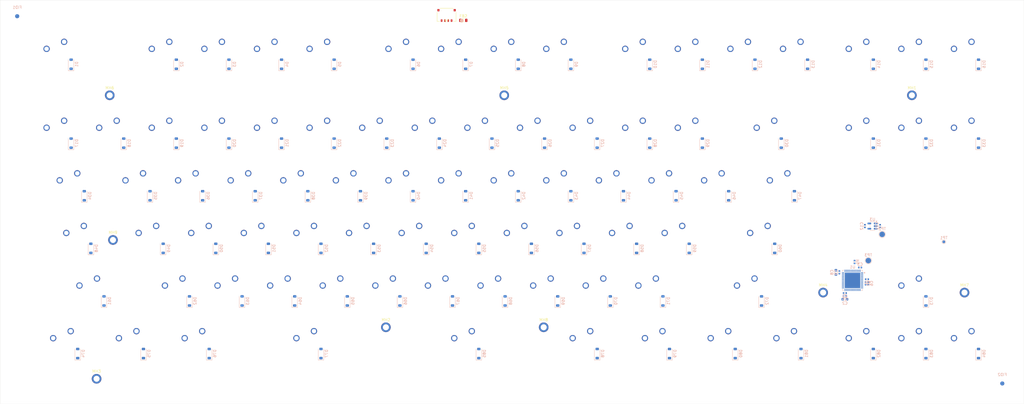
<source format=kicad_pcb>
(kicad_pcb (version 20241229) (generator "pcbnew") (generator_version "9.0")
  (layers (0 "F.Cu" signal) (2 "B.Cu" signal) (13 "F.Paste" user) (15 "B.Paste" user) (5 "F.SilkS" user "F.Silkscreen") (7 "B.SilkS" user "B.Silkscreen") (1 "F.Mask" user) (3 "B.Mask" user) (25 "Edge.Cuts" user))
  (net 0 "")
  (net 1 "GND")
  (net 2 "Net-(D1-A)")
  (net 3 "/Keyboard Matrix/R1")
  (net 4 "Net-(D2-A)")
  (net 5 "Net-(D3-A)")
  (net 6 "Net-(D4-A)")
  (net 7 "Net-(D5-A)")
  (net 8 "Net-(D6-A)")
  (net 9 "Net-(D7-A)")
  (net 10 "Net-(D8-A)")
  (net 11 "Net-(D9-A)")
  (net 12 "Net-(D10-A)")
  (net 13 "Net-(D11-A)")
  (net 14 "Net-(D12-A)")
  (net 15 "Net-(D13-A)")
  (net 16 "Net-(D14-A)")
  (net 17 "Net-(D15-A)")
  (net 18 "Net-(D16-A)")
  (net 19 "/Keyboard Matrix/R2")
  (net 20 "Net-(D17-A)")
  (net 21 "Net-(D18-A)")
  (net 22 "Net-(D19-A)")
  (net 23 "Net-(D20-A)")
  (net 24 "Net-(D21-A)")
  (net 25 "Net-(D22-A)")
  (net 26 "Net-(D23-A)")
  (net 27 "Net-(D24-A)")
  (net 28 "Net-(D25-A)")
  (net 29 "Net-(D26-A)")
  (net 30 "Net-(D27-A)")
  (net 31 "Net-(D28-A)")
  (net 32 "Net-(D29-A)")
  (net 33 "Net-(D30-A)")
  (net 34 "Net-(D31-A)")
  (net 35 "Net-(D32-A)")
  (net 36 "Net-(D33-A)")
  (net 37 "Net-(D34-A)")
  (net 38 "/Keyboard Matrix/R3")
  (net 39 "Net-(D35-A)")
  (net 40 "Net-(D36-A)")
  (net 41 "Net-(D37-A)")
  (net 42 "Net-(D38-A)")
  (net 43 "Net-(D39-A)")
  (net 44 "Net-(D40-A)")
  (net 45 "Net-(D41-A)")
  (net 46 "Net-(D42-A)")
  (net 47 "Net-(D43-A)")
  (net 48 "Net-(D44-A)")
  (net 49 "Net-(D45-A)")
  (net 50 "Net-(D46-A)")
  (net 51 "Net-(D47-A)")
  (net 52 "Net-(D48-A)")
  (net 53 "/Keyboard Matrix/R4")
  (net 54 "Net-(D49-A)")
  (net 55 "Net-(D50-A)")
  (net 56 "Net-(D51-A)")
  (net 57 "Net-(D52-A)")
  (net 58 "Net-(D53-A)")
  (net 59 "Net-(D54-A)")
  (net 60 "Net-(D55-A)")
  (net 61 "Net-(D56-A)")
  (net 62 "Net-(D57-A)")
  (net 63 "Net-(D58-A)")
  (net 64 "Net-(D59-A)")
  (net 65 "Net-(D60-A)")
  (net 66 "/Keyboard Matrix/R5")
  (net 67 "Net-(D61-A)")
  (net 68 "Net-(D62-A)")
  (net 69 "Net-(D63-A)")
  (net 70 "Net-(D64-A)")
  (net 71 "Net-(D65-A)")
  (net 72 "Net-(D66-A)")
  (net 73 "Net-(D67-A)")
  (net 74 "Net-(D68-A)")
  (net 75 "Net-(D69-A)")
  (net 76 "Net-(D70-A)")
  (net 77 "Net-(D71-A)")
  (net 78 "Net-(D72-A)")
  (net 79 "Net-(D73-A)")
  (net 80 "Net-(D74-A)")
  (net 81 "/Keyboard Matrix/R6")
  (net 82 "Net-(D75-A)")
  (net 83 "Net-(D76-A)")
  (net 84 "Net-(D77-A)")
  (net 85 "Net-(D78-A)")
  (net 86 "Net-(D79-A)")
  (net 87 "Net-(D80-A)")
  (net 88 "Net-(D81-A)")
  (net 89 "Net-(D82-A)")
  (net 90 "Net-(D83-A)")
  (net 91 "Net-(D84-A)")
  (net 92 "Net-(D85-A)")
  (net 93 "/USB C/VBUS")
  (net 94 "/Keyboard Matrix/C1")
  (net 95 "/Keyboard Matrix/C2")
  (net 96 "/Keyboard Matrix/C3")
  (net 97 "/Keyboard Matrix/C4")
  (net 98 "/Keyboard Matrix/C5")
  (net 99 "/Keyboard Matrix/C7")
  (net 100 "/Keyboard Matrix/C8")
  (net 101 "/Keyboard Matrix/C9")
  (net 102 "/Keyboard Matrix/C10")
  (net 103 "/Keyboard Matrix/C11")
  (net 104 "/Keyboard Matrix/C12")
  (net 105 "/Keyboard Matrix/C13")
  (net 106 "/Keyboard Matrix/C14")
  (net 107 "/Keyboard Matrix/C15")
  (net 108 "/Keyboard Matrix/C16")
  (net 109 "/Keyboard Matrix/C17")
  (net 110 "/Keyboard Matrix/C6")
  (net 111 "/STM32/MCU_D_N")
  (net 112 "/STM32/MCU_D_P")
  (net 113 "/STM32/BOOT0")
  (net 114 "/STM32/NRST")
  (net 115 "/Power Supply/3V3")
  (net 116 "/Power Supply/5V0")
  (footprint "PCM_marbastlib-mx:SW_MX_1u" (layer "F.Cu") (at 208.38 125.23)
    (property "Reference" "MX42" (hide yes))
    (property "Value" "MX_SW_solder")
  )
  (footprint "PCM_marbastlib-mx:SW_MX_1u" (layer "F.Cu") (at 256.005 106.18)
    (property "Reference" "MX28" (hide yes))
    (property "Value" "MX_SW_solder")
  )
  (footprint "PCM_marbastlib-mx:SW_MX_1u" (layer "F.Cu") (at 232.1925 144.28)
    (property "Reference" "MX57" (hide yes))
    (property "Value" "MX_SW_solder")
  )
  (footprint "PCM_marbastlib-mx:SW_MX_1u" (layer "F.Cu") (at 72.64875 182.38)
    (property "Reference" "MX75" (hide yes))
    (property "Value" "MX_SW_solder")
  )
  (footprint "PCM_marbastlib-mx:SW_MX_1u" (layer "F.Cu") (at 46.455 77.605)
    (property "Reference" "MX1" (hide yes))
    (property "Value" "MX_SW_solder")
  )
  (footprint "MountingHole:MountingHole_2.2mm_M2_ISO7380_Pad" (layer "F.Cu") (at 165.53 175.9)
    (property "Reference" "MH2")
    (property "Value" "MountingHole_Pad")
  )
  (footprint "PCM_marbastlib-mx:SW_MX_1u" (layer "F.Cu") (at 375.0675 77.605)
    (property "Reference" "MX16" (hide yes))
    (property "Value" "MX_SW_solder")
  )
  (footprint "PCM_marbastlib-mx:SW_MX_1u" (layer "F.Cu") (at 284.58 125.23)
    (property "Reference" "MX46" (hide yes))
    (property "Value" "MX_SW_solder")
  )
  (footprint "PCM_marbastlib-mx:SW_MX_1u" (layer "F.Cu") (at 136.935 182.375)
    (property "Reference" "MX77" (hide yes))
    (property "Value" "MX_SW_solder")
  )
  (footprint "PCM_marbastlib-mx:SW_MX_1u" (layer "F.Cu") (at 103.605 77.605)
    (property "Reference" "MX3" (hide yes))
    (property "Value" "MX_SW_solder")
  )
  (footprint "PCM_marbastlib-mx:SW_MX_1u" (layer "F.Cu") (at 122.655 77.605)
    (property "Reference" "MX4" (hide yes))
    (property "Value" "MX_SW_solder")
  )
  (footprint "PCM_marbastlib-mx:SW_MX_1u" (layer "F.Cu") (at 301.24875 144.28)
    (property "Reference" "MX60" (hide yes))
    (property "Value" "MX_SW_solder")
  )
  (footprint "PCM_marbastlib-mx:SW_MX_1u" (layer "F.Cu") (at 170.28 77.605)
    (property "Reference" "MX6" (hide yes))
    (property "Value" "MX_SW_solder")
  )
  (footprint "PCM_marbastlib-mx:SW_MX_1u" (layer "F.Cu") (at 184.5675 163.33)
    (property "Reference" "MX67" (hide yes))
    (property "Value" "MX_SW_solder")
  )
  (footprint "PCM_marbastlib-mx:SW_MX_1u" (layer "F.Cu") (at 308.3925 125.23)
    (property "Reference" "MX47" (hide yes))
    (property "Value" "MX_SW_solder")
  )
  (footprint "PCM_marbastlib-mx:SW_MX_1u" (layer "F.Cu") (at 375.0675 182.38)
    (property "Reference" "MX84" (hide yes))
    (property "Value" "MX_SW_solder")
  )
  (footprint "PCM_marbastlib-mx:SW_MX_1u" (layer "F.Cu") (at 175.0425 144.28)
    (property "Reference" "MX54" (hide yes))
    (property "Value" "MX_SW_solder")
  )
  (footprint "MountingHole:MountingHole_2.2mm_M2_ISO7380_Pad" (layer "F.Cu") (at 356.02 91.89)
    (property "Reference" "MH1")
    (property "Value" "MountingHole_Pad")
  )
  (footprint "PCM_marbastlib-mx:SW_MX_1u" (layer "F.Cu") (at 236.975 182.375)
    (property "Reference" "MX78" (hide yes))
    (property "Value" "MX_SW_solder")
  )
  (footprint "PCM_marbastlib-mx:SW_MX_1u" (layer "F.Cu") (at 151.23 125.23)
    (property "Reference" "MX39" (hide yes))
    (property "Value" "MX_SW_solder")
  )
  (footprint "PCM_marbastlib-mx:SW_MX_1u" (layer "F.Cu") (at 356.0175 106.18)
    (property "Reference" "MX32" (hide yes))
    (property "Value" "MX_SW_solder")
  )
  (footprint "library:CONN_781710000-SD_04_MOL" (layer "F.Cu") (at 187.5 62.75 180)
    (property "Reference" "J4")
    (property "Value" "0781710004")
  )
  (footprint "MountingHole:MountingHole_2.2mm_M2_ISO7380_Pad" (layer "F.Cu") (at 222.67 175.9)
    (property "Reference" "MH8")
    (property "Value" "MountingHole_Pad")
  )
  (footprint "PCM_marbastlib-mx:SW_MX_1u" (layer "F.Cu") (at 227.43 77.605)
    (property "Reference" "MX9" (hide yes))
    (property "Value" "MX_SW_solder")
  )
  (footprint "PCM_marbastlib-mx:SW_MX_1u" (layer "F.Cu") (at 94.08 125.23)
    (property "Reference" "MX36" (hide yes))
    (property "Value" "MX_SW_solder")
  )
  (footprint "PCM_marbastlib-mx:SW_MX_1u" (layer "F.Cu") (at 89.3175 163.33)
    (property "Reference" "MX62" (hide yes))
    (property "Value" "MX_SW_solder")
  )
  (footprint "PCM_marbastlib-mx:SW_MX_1u" (layer "F.Cu") (at 75.03 125.23)
    (property "Reference" "MX35" (hide yes))
    (property "Value" "MX_SW_solder")
  )
  (footprint "PCM_marbastlib-mx:SW_MX_1u" (layer "F.Cu") (at 203.6175 163.33)
    (property "Reference" "MX68" (hide yes))
    (property "Value" "MX_SW_solder")
  )
  (footprint "PCM_marbastlib-mx:SW_MX_1u" (layer "F.Cu") (at 310.77375 182.38)
    (property "Reference" "MX81" (hide yes))
    (property "Value" "MX_SW_solder")
  )
  (footprint "PCM_marbastlib-mx:SW_MX_1u" (layer "F.Cu") (at 356.0175 163.33)
    (property "Reference" "MX73" (hide yes))
    (property "Value" "MX_SW_solder")
  )
  (footprint "PCM_marbastlib-mx:SW_MX_1u" (layer "F.Cu") (at 53.59875 144.28)
    (property "Reference" "MX48" (hide yes))
    (property "Value" "MX_SW_solder")
  )
  (footprint "MountingHole:MountingHole_2.2mm_M2_ISO7380_Pad" (layer "F.Cu") (at 375.07 163.33)
    (property "Reference" "MH7")
    (property "Value" "MountingHole_Pad")
  )
  (footprint "PCM_marbastlib-mx:SW_MX_1u" (layer "F.Cu") (at 122.655 106.18)
    (property "Reference" "MX21" (hide yes))
    (property "Value" "MX_SW_solder")
  )
  (footprint "PCM_marbastlib-mx:SW_MX_1u" (layer "F.Cu") (at 294.105 77.605)
    (property "Reference" "MX12" (hide yes))
    (property "Value" "MX_SW_solder")
  )
  (footprint "PCM_marbastlib-mx:SW_MX_1u" (layer "F.Cu") (at 155.9925 144.28)
    (property "Reference" "MX53" (hide yes))
    (property "Value" "MX_SW_solder")
  )
  (footprint "PCM_marbastlib-mx:SW_MX_1u" (layer "F.Cu") (at 241.7175 163.33)
    (property "Reference" "MX70" (hide yes))
    (property "Value" "MX_SW_solder")
  )
  (footprint "PCM_marbastlib-mx:SW_MX_1u" (layer "F.Cu") (at 356.0175 182.38)
    (property "Reference" "MX83" (hide yes))
    (property "Value" "MX_SW_solder")
  )
  (footprint "MountingHole:MountingHole_2.2mm_M2_ISO7380_Pad" (layer "F.Cu") (at 60.75 194.55)
    (property "Reference" "MH3")
    (property "Value" "MountingHole_Pad")
  )
  (footprint "PCM_marbastlib-mx:SW_MX_1u" (layer "F.Cu") (at 84.555 77.605)
    (property "Reference" "MX2" (hide yes))
    (property "Value" "MX_SW_solder")
  )
  (footprint "PCM_marbastlib-mx:SW_MX_1u" (layer "F.Cu") (at 275.055 106.18)
    (property "Reference" "MX29" (hide yes))
    (property "Value" "MX_SW_solder")
  )
  (footprint "PCM_marbastlib-mx:SW_MX_1u" (layer "F.Cu") (at 146.4675 163.33)
    (property "Reference" "MX65" (hide yes))
    (property "Value" "MX_SW_solder")
  )
  (footprint "PCM_marbastlib-mx:SW_MX_1u" (layer "F.Cu") (at 79.7925 144.28)
    (property "Reference" "MX49" (hide yes))
    (property "Value" "MX_SW_solder")
  )
  (footprint "PCM_marbastlib-mx:SW_MX_1u" (layer "F.Cu") (at 246.48 125.23)
    (property "Reference" "MX44" (hide yes))
    (property "Value" "MX_SW_solder")
  )
  (footprint "PCM_marbastlib-mx:SW_MX_1u" (layer "F.Cu") (at 227.43 125.23)
    (property "Reference" "MX43" (hide yes))
    (property "Value" "MX_SW_solder")
  )
  (footprint "PCM_marbastlib-mx:SW_MX_1u" (layer "F.Cu") (at 194.0925 144.28)
    (property "Reference" "MX55" (hide yes))
    (property "Value" "MX_SW_solder")
  )
  (footprint "PCM_marbastlib-mx:SW_MX_1u" (layer "F.Cu") (at 160.755 106.18)
    (property "Reference" "MX23" (hide yes))
    (property "Value" "MX_SW_solder")
  )
  (footprint "PCM_marbastlib-mx:SW_MX_1u" (layer "F.Cu") (at 46.455 106.18)
    (property "Reference" "MX17" (hide yes))
    (property "Value" "MX_SW_solder")
  )
  (footprint "PCM_marbastlib-mx:SW_MX_1u" (layer "F.Cu") (at 336.9675 77.605)
    (property "Reference" "MX14" (hide yes))
    (property "Value" "MX_SW_solder")
  )
  (footprint "PCM_marbastlib-mx:SW_MX_1u" (layer "F.Cu") (at 296.48625 163.33)
    (property "Reference" "MX72" (hide yes))
    (property "Value" "MX_SW_solder")
  )
  (footprint "PCM_marbastlib-mx:SW_MX_1u" (layer "F.Cu") (at 48.83625 182.38)
    (property "Reference" "MX74" (hide yes))
    (property "Value" "MX_SW_solder")
  )
  (footprint "PCM_marbastlib-mx:SW_MX_1u" (layer "F.Cu") (at 336.9675 106.18)
    (property "Reference" "MX31" (hide yes))
    (property "Value" "MX_SW_solder")
  )
  (footprint "PCM_marbastlib-mx:SW_MX_1u" (layer "F.Cu") (at 136.9425 144.28)
    (property "Reference" "MX52" (hide yes))
    (property "Value" "MX_SW_solder")
  )
  (footprint "PCM_marbastlib-mx:SW_MX_1u" (layer "F.Cu") (at 208.38 77.605)
    (property "Reference" "MX8" (hide yes))
    (property "Value" "MX_SW_solder")
  )
  (footprint "PCM_marbastlib-mx:SW_MX_1u" (layer "F.Cu") (at 141.705 77.605)
    (property "Reference" "MX5" (hide yes))
    (property "Value" "MX_SW_solder")
  )
  (footprint "PCM_marbastlib-mx:SW_MX_1u" (layer "F.Cu") (at 132.18 125.23)
    (property "Reference" "MX38" (hide yes))
    (property "Value" "MX_SW_solder")
  )
  (footprint "PCM_marbastlib-mx:SW_MX_1u" (layer "F.Cu") (at 51.2175 125.23)
    (property "Reference" "MX34" (hide yes))
    (property "Value" "MX_SW_solder")
  )
  (footprint "PCM_marbastlib-mx:SW_MX_1u" (layer "F.Cu") (at 356.0175 77.605)
    (property "Reference" "MX15" (hide yes))
    (property "Value" "MX_SW_solder")
  )
  (footprint "PCM_marbastlib-mx:SW_MX_1u" (layer "F.Cu") (at 179.805 106.18)
    (property "Reference" "MX24" (hide yes))
    (property "Value" "MX_SW_solder")
  )
  (footprint "PCM_marbastlib-mx:SW_MX_1u" (layer "F.Cu") (at 336.9675 182.38)
    (property "Reference" "MX82" (hide yes))
    (property "Value" "MX_SW_solder")
  )
  (footprint "MountingHole:MountingHole_2.2mm_M2_ISO7380_Pad" (layer "F.Cu") (at 323.87 163.33)
    (property "Reference" "MH4")
    (property "Value" "MountingHole_Pad")
  )
  (footprint "Inductor_SMD:L_0805_2012Metric" (layer "F.Cu") (at 193.5625 64.75)
    (property "Reference" "FB2")
    (property "Value" "120R @ 100MHz")
  )
  (footprint "PCM_marbastlib-mx:SW_MX_1u" (layer "F.Cu") (at 165.5175 163.33)
    (property "Reference" "MX66" (hide yes))
    (property "Value" "MX_SW_solder")
  )
  (footprint "MountingHole:MountingHole_2.2mm_M2_ISO7380_Pad" (layer "F.Cu") (at 208.38 91.89)
    (property "Reference" "MH5")
    (property "Value" "MountingHole_Pad")
  )
  (footprint "PCM_marbastlib-mx:SW_MX_1u" (layer "F.Cu") (at 108.3675 163.33)
    (property "Reference" "MX63" (hide yes))
    (property "Value" "MX_SW_solder")
  )
  (footprint "MountingHole:MountingHole_2.2mm_M2_ISO7380_Pad" (layer "F.Cu") (at 66.69 144.28)
    (property "Reference" "MH9")
    (property "Value" "MountingHole_Pad")
  )
  (footprint "PCM_marbastlib-mx:SW_MX_1u" (layer "F.Cu") (at 103.605 106.18)
    (property "Reference" "MX20" (hide yes))
    (property "Value" "MX_SW_solder")
  )
  (footprint "PCM_marbastlib-mx:SW_MX_1u" (layer "F.Cu") (at 275.055 77.605)
    (property "Reference" "MX11" (hide yes))
    (property "Value" "MX_SW_solder")
  )
  (footprint "PCM_marbastlib-mx:SW_MX_1u" (layer "F.Cu") (at 256.005 77.605)
    (property "Reference" "MX10" (hide yes))
    (property "Value" "MX_SW_solder")
  )
  (footprint "PCM_marbastlib-mx:SW_MX_1u" (layer "F.Cu") (at 189.33 77.605)
    (property "Reference" "MX7" (hide yes))
    (property "Value" "MX_SW_solder")
  )
  (footprint "PCM_marbastlib-mx:SW_MX_1u" (layer "F.Cu") (at 236.955 106.18)
    (property "Reference" "MX27" (hide yes))
    (property "Value" "MX_SW_solder")
  )
  (footprint "PCM_marbastlib-mx:SW_MX_1u" (layer "F.Cu") (at 303.63 106.18)
    (property "Reference" "MX30" (hide yes))
    (property "Value" "MX_SW_solder")
  )
  (footprint "PCM_marbastlib-mx:SW_MX_1u" (layer "F.Cu") (at 313.155 77.605)
    (property "Reference" "MX13" (hide yes))
    (property "Value" "MX_SW_solder")
  )
  (footprint "PCM_marbastlib-mx:SW_MX_1u" (layer "F.Cu") (at 222.6675 163.33)
    (property "Reference" "MX69" (hide yes))
    (property "Value" "MX_SW_solder")
  )
  (footprint "PCM_marbastlib-mx:SW_MX_1u" (layer "F.Cu") (at 84.555 106.18)
    (property "Reference" "MX19" (hide yes))
    (property "Value" "MX_SW_solder")
  )
  (footprint "PCM_marbastlib-mx:SW_MX_1u" (layer "F.Cu") (at 98.8425 144.28)
    (property "Reference" "MX50" (hide yes))
    (property "Value" "MX_SW_solder")
  )
  (footprint "PCM_marbastlib-mx:SW_MX_1u" (layer "F.Cu") (at 58.36125 163.33)
    (property "Reference" "MX61" (hide yes))
    (property "Value" "MX_SW_solder")
  )
  (footprint "PCM_marbastlib-mx:SW_MX_1u" (layer "F.Cu") (at 189.33 125.23)
    (property "Reference" "MX41" (hide yes))
    (property "Value" "MX_SW_solder")
  )
  (footprint "PCM_marbastlib-mx:SW_MX_1u" (layer "F.Cu") (at 263.14875 182.38)
    (property "Reference" "MX79" (hide yes))
    (property "Value" "MX_SW_solder")
  )
  (footprint "PCM_marbastlib-mx:SW_MX_1u" (layer "F.Cu") (at 251.2425 144.28)
    (property "Reference" "MX58" (hide yes))
    (property "Value" "MX_SW_solder")
  )
  (footprint "PCM_marbastlib-mx:SW_MX_1u" (layer "F.Cu") (at 96.46125 182.38)
    (property "Reference" "MX76" (hide yes))
    (property "Value" "MX_SW_solder")
  )
  (footprint "PCM_marbastlib-mx:SW_MX_1u" (layer "F.Cu") (at 375.0675 106.18)
    (property "Reference" "MX33" (hide yes))
    (property "Value" "MX_SW_solder")
  )
  (footprint "PCM_marbastlib-mx:SW_MX_1u" (layer "F.Cu") (at 141.705 106.18)
    (property "Reference" "MX22" (hide yes))
    (property "Value" "MX_SW_solder")
  )
  (footprint "PCM_marbastlib-mx:SW_MX_1u" (layer "F.Cu") (at 286.96125 182.38)
    (property "Reference" "MX80" (hide yes))
    (property "Value" "MX_SW_solder")
  )
  (footprint "PCM_marbastlib-mx:SW_MX_1u" (layer "F.Cu") (at 170.28 125.23)
    (property "Reference" "MX40" (hide yes))
    (property "Value" "MX_SW_solder")
  )
  (footprint "PCM_marbastlib-mx:SW_MX_1u" (layer "F.Cu") (at 113.13 125.23)
    (property "Reference" "MX37" (hide yes))
    (property "Value" "MX_SW_solder")
  )
  (footprint "PCM_marbastlib-mx:SW_MX_1u" (layer "F.Cu") (at 270.2925 144.28)
    (property "Reference" "MX59" (hide yes))
    (property "Value" "MX_SW_solder")
  )
  (footprint "PCM_marbastlib-mx:SW_MX_1u" (layer "F.Cu") (at 217.905 106.18)
    (property "Reference" "MX26" (hide yes))
    (property "Value" "MX_SW_solder")
  )
  (footprint "PCM_marbastlib-mx:SW_MX_1u" (layer "F.Cu") (at 265.53 125.23)
    (property "Reference" "MX45" (hide yes))
    (property "Value" "MX_SW_solder")
  )
  (footprint "PCM_marbastlib-mx:SW_MX_1u" (layer "F.Cu") (at 194.095 182.385)
    (property "Reference" "MX85" (hide yes))
    (property "Value" "MX_SW_solder")
  )
  (footprint "PCM_marbastlib-mx:SW_MX_1u" (layer "F.Cu") (at 260.7675 163.33)
    (property "Reference" "MX71" (hide yes))
    (property "Value" "MX_SW_solder")
  )
  (footprint "PCM_marbastlib-mx:SW_MX_1u" (layer "F.Cu") (at 117.8925 144.28)
    (property "Reference" "MX51" (hide yes))
    (property "Value" "MX_SW_solder")
  )
  (footprint "PCM_marbastlib-mx:SW_MX_1u" (layer "F.Cu") (at 213.1425 144.28)
    (property "Reference" "MX56" (hide yes))
    (property "Value" "MX_SW_solder")
  )
  (footprint "PCM_marbastlib-mx:SW_MX_1u" (layer "F.Cu") (at 198.855 106.18)
    (property "Reference" "MX25" (hide yes))
    (property "Value" "MX_SW_solder")
  )
  (footprint "MountingHole:MountingHole_2.2mm_M2_ISO7380_Pad" (layer "F.Cu") (at 65.51 91.89)
    (property "Reference" "MH6")
    (property "Value" "MountingHole_Pad")
  )
  (footprint "PCM_marbastlib-mx:SW_MX_1u" (layer "F.Cu") (at 65.505 106.18)
    (property "Reference" "MX18" (hide yes))
    (property "Value" "MX_SW_solder")
  )
  (footprint "PCM_marbastlib-mx:SW_MX_1u" (layer "F.Cu") (at 127.4175 163.33)
    (property "Reference" "MX64" (hide yes))
    (property "Value" "MX_SW_solder")
  )
  (footprint "Diode_SMD:D_SOD-123" (layer "B.Cu") (at 213.46 128.26 90)
    (property "Reference" "D42")
    (property "Value" "1N4148W")
  )
  (footprint "Capacitor_SMD:C_0402_1005Metric" (layer "B.Cu") (at 339.75 158.5)
    (property "Reference" "C1")
    (property "Value" "0.1uF")
  )
  (footprint "Diode_SMD:D_SOD-123" (layer "B.Cu") (at 208.6975 166.36 90)
    (property "Reference" "D68")
    (property "Value" "1N4148W")
  )
  (footprint "Diode_SMD:D_SOD-123" (layer "B.Cu") (at 156.31 128.26 90)
    (property "Reference" "D39")
    (property "Value" "1N4148W")
  )
  (footprint "Diode_SMD:D_SOD-123" (layer "B.Cu") (at 342.0475 185.41 90)
    (property "Reference" "D82")
    (property "Value" "1N4148W")
  )
  (footprint "Diode_SMD:D_SOD-123" (layer "B.Cu") (at 80.11 128.26 90)
    (property "Reference" "D35")
    (property "Value" "1N4148W")
  )
  (footprint "Diode_SMD:D_SOD-123" (layer "B.Cu") (at 127.735 109.21 90)
    (property "Reference" "D21")
    (property "Value" "1N4148W")
  )
  (footprint "Capacitor_SMD:C_0402_1005Metric" (layer "B.Cu") (at 344.5 139.25 -90)
    (property "Reference" "C11")
    (property "Value" "1uF")
  )
  (footprint "Diode_SMD:D_SOD-123" (layer "B.Cu") (at 232.51 80.635 90)
    (property "Reference" "D9")
    (property "Value" "1N4148W")
  )
  (footprint "Capacitor_SMD:C_0603_1608Metric" (layer "B.Cu") (at 328.5 156 -90)
    (property "Reference" "C8")
    (property "Value" "4.7uF")
  )
  (footprint "Diode_SMD:D_SOD-123" (layer "B.Cu") (at 380.1475 185.41 90)
    (property "Reference" "D84")
    (property "Value" "1N4148W")
  )
  (footprint "Diode_SMD:D_SOD-123" (layer "B.Cu") (at 194.41 80.635 90)
    (property "Reference" "D7")
    (property "Value" "1N4148W")
  )
  (footprint "Diode_SMD:D_SOD-123" (layer "B.Cu") (at 194.41 128.26 90)
    (property "Reference" "D41")
    (property "Value" "1N4148W")
  )
  (footprint "Diode_SMD:D_SOD-123" (layer "B.Cu") (at 146.785 80.635 90)
    (property "Reference" "D5")
    (property "Value" "1N4148W")
  )
  (footprint "Diode_SMD:D_SOD-123" (layer "B.Cu") (at 63.44125 166.36 90)
    (property "Reference" "D61")
    (property "Value" "1N4148W")
  )
  (footprint "Diode_SMD:D_SOD-123" (layer "B.Cu") (at 256.3225 147.31 90)
    (property "Reference" "D58")
    (property "Value" "1N4148W")
  )
  (footprint "Diode_SMD:D_SOD-123" (layer "B.Cu") (at 146.785 109.21 90)
    (property "Reference" "D22")
    (property "Value" "1N4148W")
  )
  (footprint "Diode_SMD:D_SOD-123" (layer "B.Cu") (at 180.1225 147.31 90)
    (property "Reference" "D54")
    (property "Value" "1N4148W")
  )
  (footprint "Diode_SMD:D_SOD-123" (layer "B.Cu") (at 58.67875 147.31 90)
    (property "Reference" "D48")
    (property "Value" "1N4148W")
  )
  (footprint "Capacitor_SMD:C_0402_1005Metric" (layer "B.Cu") (at 331.75 163.5)
    (property "Reference" "C5")
    (property "Value" "0.1uF")
  )
  (footprint "Diode_SMD:D_SOD-123" (layer "B.Cu") (at 342.0475 109.21 90)
    (property "Reference" "D31")
    (property "Value" "1N4148W")
  )
  (footprint "Diode_SMD:D_SOD-123" (layer "B.Cu") (at 342.0475 80.635 90)
    (property "Reference" "D14")
    (property "Value" "1N4148W")
  )
  (footprint "Diode_SMD:D_SOD-123" (layer "B.Cu") (at 361.0975 185.41 90)
    (property "Reference" "D83")
    (property "Value" "1N4148W")
  )
  (footprint "Diode_SMD:D_SOD-123" (layer "B.Cu") (at 108.685 109.21 90)
    (property "Reference" "D20")
    (property "Value" "1N4148W")
  )
  (footprint "Diode_SMD:D_SOD-123" (layer "B.Cu") (at 108.685 80.635 90)
    (property "Reference" "D3")
    (property "Value" "1N4148W")
  )
  (footprint "Diode_SMD:D_SOD-123" (layer "B.Cu") (at 118.21 128.26 90)
    (property "Reference" "D37")
    (property "Value" "1N4148W")
  )
  (footprint "Diode_SMD:D_SOD-123" (layer "B.Cu") (at 318.235 80.635 90)
    (property "Reference" "D13")
    (property "Value" "1N4148W")
  )
  (footprint "Diode_SMD:D_SOD-123" (layer "B.Cu") (at 184.885 109.21 90)
    (property "Reference" "D24")
    (property "Value" "1N4148W")
  )
  (footprint "Diode_SMD:D_SOD-123" (layer "B.Cu") (at 268.22875 185.41 90)
    (property "Reference" "D79")
    (property "Value" "1N4148W")
  )
  (footprint "Diode_SMD:D_SOD-123" (layer "B.Cu") (at 77.72875 185.41 90)
    (property "Reference" "D75")
    (property "Value" "1N4148W")
  )
  (footprint "Diode_SMD:D_SOD-123" (layer "B.Cu") (at 89.635 80.635 90)
    (property "Reference" "D2")
    (property "Value" "1N4148W")
  )
  (footprint "TestPoint:TestPoint_Pad_D2.0mm" (layer "B.Cu") (at 345.25 142.25 180)
    (property "Reference" "TP2")
    (property "Value" "TestPoint")
  )
  (footprint "Diode_SMD:D_SOD-123" (layer "B.Cu") (at 51.535 80.635 90)
    (property "Reference" "D1")
    (property "Value" "1N4148W")
  )
  (footprint "Diode_SMD:D_SOD-123" (layer "B.Cu") (at 280.135 80.635 90)
    (property "Reference" "D11")
    (property "Value" "1N4148W")
  )
  (footprint "Diode_SMD:D_SOD-123" (layer "B.Cu") (at 380.1475 109.21 90)
    (property "Reference" "D33")
    (property "Value" "1N4148W")
  )
  (footprint "TestPoint:TestPoint_Pad_D1.0mm" (layer "B.Cu") (at 367.58 144.95 180)
    (property "Reference" "TP1")
    (property "Value" "TestPoint")
  )
  (footprint "Diode_SMD:D_SOD-123" (layer "B.Cu") (at 137.26 128.26 90)
    (property "Reference" "D38")
    (property "Value" "1N4148W")
  )
  (footprint "Diode_SMD:D_SOD-123" (layer "B.Cu") (at 142.0225 147.31 90)
    (property "Reference" "D52")
    (property "Value" "1N4148W")
  )
  (footprint "Diode_SMD:D_SOD-123" (layer "B.Cu") (at 313.4725 128.26 90)
    (property "Reference" "D47")
    (property "Value" "1N4148W")
  )
  (footprint "Capacitor_SMD:C_0402_1005Metric" (layer "B.Cu") (at 339.25 160 90)
    (property "Reference" "C7")
    (property "Value" "10nF")
  )
  (footprint "Diode_SMD:D_SOD-123" (layer "B.Cu") (at 361.0975 80.635 90)
    (property "Reference" "D15")
    (property "Value" "1N4148W")
  )
  (footprint "TestPoint:TestPoint_Pad_D2.0mm" (layer "B.Cu") (at 340.25 151.75 180)
    (property "Reference" "TP3")
    (property "Value" "TestPoint")
  )
  (footprint "Diode_SMD:D_SOD-123" (layer "B.Cu") (at 232.51 128.26 90)
    (property "Reference" "D43")
    (property "Value" "1N4148W")
  )
  (footprint "Diode_SMD:D_SOD-123" (layer "B.Cu") (at 315.85375 185.41 90)
    (property "Reference" "D81")
    (property "Value" "1N4148W")
  )
  (footprint "Capacitor_SMD:C_0402_1005Metric" (layer "B.Cu") (at 339 139.25 -90)
    (property "Reference" "C12")
    (property "Value" "1uF")
  )
  (footprint "Fiducial:Fiducial_1.5mm_Mask4.5mm" (layer "B.Cu") (at 32 63.25 180)
    (property "Reference" "FID1")
    (property "Value" "Fiducial")
  )
  (footprint "Diode_SMD:D_SOD-123" (layer "B.Cu") (at 203.935 109.21 90)
    (property "Reference" "D25")
    (property "Value" "1N4148W")
  )
  (footprint "Package_DFN_QFN:QFN-48-1EP_7x7mm_P0.5mm_EP5.6x5.6mm" (layer "B.Cu") (at 334.52 158.9 180)
    (property "Reference" "U1")
    (property "Value" "STM32F072CBUx")
  )
  (footprint "Diode_SMD:D_SOD-123" (layer "B.Cu") (at 51.535 109.21 90)
    (property "Reference" "D17")
    (property "Value" "1N4148W")
  )
  (footprint "Diode_SMD:D_SOD-123" (layer "B.Cu") (at 142.015 185.405 90)
    (property "Reference" "D77")
    (property "Value" "1N4148W")
  )
  (footprint "Diode_SMD:D_SOD-123" (layer "B.Cu") (at 89.635 109.21 90)
    (property "Reference" "D19")
    (property "Value" "1N4148W")
  )
  (footprint "Diode_SMD:D_SOD-123" (layer "B.Cu") (at 199.175 185.415 90)
    (property "Reference" "D85")
    (property "Value" "1N4148W")
  )
  (footprint "Diode_SMD:D_SOD-123" (layer "B.Cu") (at 132.4975 166.36 90)
    (property "Reference" "D64")
    (property "Value" "1N4148W")
  )
  (footprint "Diode_SMD:D_SOD-123" (layer "B.Cu") (at 265.8475 166.36 90)
    (property "Reference" "D71")
    (property "Value" "1N4148W")
  )
  (footprint "Capacitor_SMD:C_0402_1005Metric" (layer "B.Cu") (at 337.25 154.25 180)
    (property "Reference" "C3")
    (property "Value" "0.1uF")
  )
  (footprint "Diode_SMD:D_SOD-123" (layer "B.Cu") (at 270.61 128.26 90)
    (property "Reference" "D45")
    (property "Value" "1N4148W")
  )
  (footprint "Diode_SMD:D_SOD-123" (layer "B.Cu") (at 361.0975 109.21 90)
    (property "Reference" "D32")
    (property "Value" "1N4148W")
  )
  (footprint "Diode_SMD:D_SOD-123" (layer "B.Cu") (at 103.9225 147.31 90)
    (property "Reference" "D50")
    (property "Value" "1N4148W")
  )
  (footprint "Diode_SMD:D_SOD-123" (layer "B.Cu") (at 84.8725 147.31 90)
    (property "Reference" "D49")
    (property "Value" "1N4148W")
  )
  (footprint "Diode_SMD:D_SOD-123" (layer "B.Cu") (at 53.91625 185.41 90)
    (property "Reference" "D74")
    (property "Value" "1N4148W")
  )
  (footprint "Diode_SMD:D_SOD-123" (layer "B.Cu") (at 227.7475 166.36 90)
    (property "Reference" "D69")
    (property "Value" "1N4148W")
  )
  (footprint "Diode_SMD:D_SOD-123" (layer "B.Cu") (at 280.135 109.21 90)
    (property "Reference" "D29")
    (property "Value" "1N4148W")
  )
  (footprint "Diode_SMD:D_SOD-123" (layer "B.Cu") (at 94.3975 166.36 90)
    (property "Reference" "D62")
    (property "Value" "1N4148W")
  )
  (footprint "Diode_SMD:D_SOD-123" (layer "B.Cu") (at 175.36 128.26 90)
    (property "Reference" "D40")
    (property "Value" "1N4148W")
  )
  (footprint "Diode_SMD:D_SOD-123" (layer "B.Cu") (at 261.085 80.635 90)
    (property "Reference" "D10")
    (property "Value" "1N4148W")
  )
  (footprint "Diode_SMD:D_SOD-123" (layer "B.Cu") (at 127.735 80.635 90)
    (property "Reference" "D4")
    (property "Value" "1N4148W")
  )
  (footprint "Capacitor_SMD:C_0402_1005Metric" (layer "B.Cu") (at 340.25 160 90)
    (property "Reference" "C6")
    (property "Value" "1uF")
  )
  (footprint "Diode_SMD:D_SOD-123" (layer "B.Cu") (at 306.32875 147.31 90)
    (property "Reference" "D60")
    (property "Value" "1N4148W")
  )
  (footprint "Diode_SMD:D_SOD-123" (layer "B.Cu") (at 101.54125 185.41 90)
    (property "Reference" "D76")
    (property "Value" "1N4148W")
  )
  (footprint "Diode_SMD:D_SOD-123" (layer "B.Cu") (at 99.16 128.26 90)
    (property "Reference" "D36")
    (property "Value" "1N4148W")
  )
  (footprint "Diode_SMD:D_SOD-123" (layer "B.Cu") (at 56.2975 128.26 90)
    (property "Reference" "D34")
    (property "Value" "1N4148W")
  )
  (footprint "Diode_SMD:D_SOD-123" (layer "B.Cu") (at 113.4475 166.36 90)
    (property "Reference" "D63")
    (property "Value" "1N4148W")
  )
  (footprint "Diode_SMD:D_SOD-123" (layer "B.Cu") (at 122.9725 147.31 90)
    (property "Reference" "D51")
    (property "Value" "1N4148W")
  )
  (footprint "Diode_SMD:D_SOD-123" (layer "B.Cu") (at 175.36 80.635 90)
    (property "Reference" "D6")
    (property "Value" "1N4148W")
  )
  (footprint "Capacitor_SMD:C_0402_1005Metric" (layer "B.Cu") (at 329.75 156 -90)
    (property "Reference" "C9")
    (property "Value" "0.1uF")
  )
  (footprint "Package_TO_SOT_SMD:SOT-23-5" (layer "B.Cu") (at 341.75 139.25 180)
    (property "Reference" "U3")
    (property "Value" "AP2112K-3.3TRG1")
  )
  (footprint "Diode_SMD:D_SOD-123" (layer "B.Cu") (at 151.5475 166.36 90)
    (property "Reference" "D65")
    (property "Value" "1N4148W")
  )
  (footprint "Diode_SMD:D_SOD-123" (layer "B.Cu") (at 246.7975 166.36 90)
    (property "Reference" "D70")
    (property "Value" "1N4148W")
  )
  (footprint "Diode_SMD:D_SOD-123" (layer "B.Cu") (at 218.2225 147.31 90)
    (property "Reference" "D56")
    (property "Value" "1N4148W")
  )
  (footprint "Diode_SMD:D_SOD-123" (layer "B.Cu") (at 222.985 109.21 90)
    (property "Reference" "D26")
    (property "Value" "1N4148W")
  )
  (footprint "Diode_SMD:D_SOD-123" (layer "B.Cu") (at 170.5975 166.36 90)
    (property "Reference" "D66")
    (property "Value" "1N4148W")
  )
  (footprint "Diode_SMD:D_SOD-123" (layer "B.Cu") (at 213.46 80.635 90)
    (property "Reference" "D8")
    (property "Value" "1N4148W")
  )
  (footprint "Diode_SMD:D_SOD-123" (layer "B.Cu") (at 70.585 109.21 90)
    (property "Reference" "D18")
    (property "Value" "1N4148W")
  )
  (footprint "Diode_SMD:D_SOD-123" (layer "B.Cu") (at 275.3725 147.31 90)
    (property "Reference" "D59")
    (property "Value" "1N4148W")
  )
  (footprint "Diode_SMD:D_SOD-123" (layer "B.Cu") (at 380.1475 80.635 90)
    (property "Reference" "D16")
    (property "Value" "1N4148W")
  )
  (footprint "Diode_SMD:D_SOD-123" (layer "B.Cu") (at 242.055 185.405 90)
    (property "Reference" "D78")
    (property "Value" "1N4148W")
  )
  (footprint "Diode_SMD:D_SOD-123" (layer "B.Cu") (at 237.2725 147.31 90)
    (property "Reference" "D57")
    (property "Value" "1N4148W")
  )
  (footprint "Diode_SMD:D_SOD-123" (layer "B.Cu") (at 289.66 128.26 90)
    (property "Reference" "D46")
    (property "Value" "1N4148W")
  )
  (footprint "Diode_SMD:D_SOD-123" (layer "B.Cu") (at 251.56 128.26 90)
    (property "Reference" "D44")
    (property "Value" "1N4148W")
  )
  (footprint "Diode_SMD:D_SOD-123" (layer "B.Cu") (at 301.56625 166.36 90)
    (property "Reference" "D72")
    (property "Value" "1N4148W")
  )
  (footprint "Diode_SMD:D_SOD-123" (layer "B.Cu") (at 189.6475 166.36 90)
    (property "Reference" "D67")
    (property "Value" "1N4148W")
  )
  (footprint "Diode_SMD:D_SOD-123" (layer "B.Cu") (at 361.0975 166.36 90)
    (property "Reference" "D73")
    (property "Value" "1N4148W")
  )
  (footprint "Diode_SMD:D_SOD-123" (layer "B.Cu") (at 242.035 109.21 90)
    (property "Reference" "D27")
    (property "Value" "1N4148W")
  )
  (footprint "Diode_SMD:D_SOD-123" (layer "B.Cu") (at 165.835 109.21 90)
    (property "Reference" "D23")
    (property "Value" "1N4148W")
  )
  (footprint "Diode_SMD:D_SOD-123" (layer "B.Cu") (at 261.085 109.21 90)
    (property "Reference" "D28")
    (property "Value" "1N4148W")
  )
  (footprint "Diode_SMD:D_SOD-123" (layer "B.Cu") (at 199.1725 147.31 90)
    (property "Reference" "D55")
    (property "Value" "1N4148W")
  )
  (footprint "Diode_SMD:D_SOD-123" (layer "B.Cu") (at 161.0725 147.31 90)
    (property "Reference" "D53")
    (property "Value" "1N4148W")
  )
  (footprint "Capacitor_SMD:C_0402_1005Metric" (layer "B.Cu") (at 331.75 164.5)
    (property "Reference" "C4")
    (property "Value" "0.1uF")
  )
  (footprint "Resistor_SMD:R_0402_1005Metric" (layer "B.Cu") (at 335.25 152.25 90)
    (property "Reference" "R1")
    (property "Value" "10K")
  )
  (footprint "Diode_SMD:D_SOD-123" (layer "B.Cu") (at 308.71 109.21 90)
    (property "Reference" "D30")
    (property "Value" "1N4148W")
  )
  (footprint "Fiducial:Fiducial_1.5mm_Mask4.5mm" (layer "B.Cu") (at 388.75 196.25 180)
    (property "Reference" "FID2")
    (property "Value" "Fiducial")
  )
  (footprint "Diode_SMD:D_SOD-123" (layer "B.Cu") (at 299.185 80.635 90)
    (property "Reference" "D12")
    (property "Value" "1N4148W")
  )
  (footprint "Diode_SMD:D_SOD-123" (layer "B.Cu") (at 292.04125 185.41 90)
    (property "Reference" "D80")
    (property "Value" "1N4148W")
  )
  (footprint "Capacitor_SMD:C_0603_1608Metric" (layer "B.Cu") (at 331.75 165.75)
    (property "Reference" "C2")
    (property "Value" "4.7uF")
  )
  (gr_rect (start 25.8 57.4) (end 396.6 203.6) (stroke (width 0.05)) (fill no) (layer "Edge.Cuts"))
)
</source>
